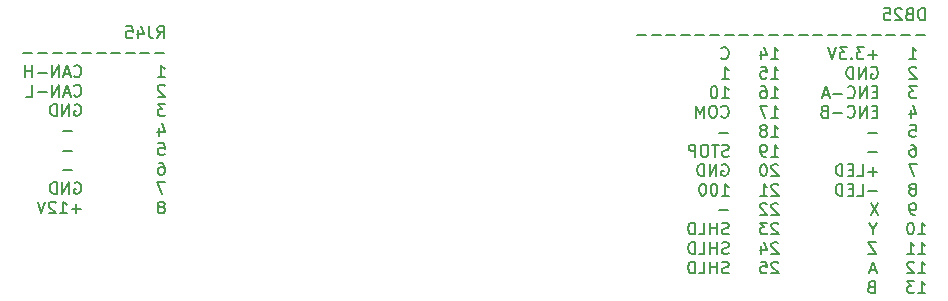
<source format=gbr>
%TF.GenerationSoftware,KiCad,Pcbnew,(5.1.8)-1*%
%TF.CreationDate,2021-02-10T22:47:22+08:00*%
%TF.ProjectId,mpg,6d70672e-6b69-4636-9164-5f7063625858,rev?*%
%TF.SameCoordinates,Original*%
%TF.FileFunction,Legend,Bot*%
%TF.FilePolarity,Positive*%
%FSLAX46Y46*%
G04 Gerber Fmt 4.6, Leading zero omitted, Abs format (unit mm)*
G04 Created by KiCad (PCBNEW (5.1.8)-1) date 2021-02-10 22:47:22*
%MOMM*%
%LPD*%
G01*
G04 APERTURE LIST*
%ADD10C,0.150000*%
G04 APERTURE END LIST*
D10*
X163252404Y-76742428D02*
X162490500Y-76742428D01*
X162014309Y-76742428D02*
X161252404Y-76742428D01*
X160776214Y-76742428D02*
X160014309Y-76742428D01*
X159538119Y-76742428D02*
X158776214Y-76742428D01*
X158300023Y-76742428D02*
X157538119Y-76742428D01*
X157061928Y-76742428D02*
X156300023Y-76742428D01*
X155823833Y-76742428D02*
X155061928Y-76742428D01*
X154585738Y-76742428D02*
X153823833Y-76742428D01*
X153347642Y-76742428D02*
X152585738Y-76742428D01*
X152109547Y-76742428D02*
X151347642Y-76742428D01*
X162728595Y-78773380D02*
X163300023Y-78773380D01*
X163014309Y-78773380D02*
X163014309Y-77773380D01*
X163109547Y-77916238D01*
X163204785Y-78011476D01*
X163300023Y-78059095D01*
X161871452Y-78106714D02*
X161871452Y-78773380D01*
X162109547Y-77725761D02*
X162347642Y-78440047D01*
X161728595Y-78440047D01*
X158490500Y-78678142D02*
X158538119Y-78725761D01*
X158680976Y-78773380D01*
X158776214Y-78773380D01*
X158919071Y-78725761D01*
X159014309Y-78630523D01*
X159061928Y-78535285D01*
X159109547Y-78344809D01*
X159109547Y-78201952D01*
X159061928Y-78011476D01*
X159014309Y-77916238D01*
X158919071Y-77821000D01*
X158776214Y-77773380D01*
X158680976Y-77773380D01*
X158538119Y-77821000D01*
X158490500Y-77868619D01*
X162728595Y-80423380D02*
X163300023Y-80423380D01*
X163014309Y-80423380D02*
X163014309Y-79423380D01*
X163109547Y-79566238D01*
X163204785Y-79661476D01*
X163300023Y-79709095D01*
X161823833Y-79423380D02*
X162300023Y-79423380D01*
X162347642Y-79899571D01*
X162300023Y-79851952D01*
X162204785Y-79804333D01*
X161966690Y-79804333D01*
X161871452Y-79851952D01*
X161823833Y-79899571D01*
X161776214Y-79994809D01*
X161776214Y-80232904D01*
X161823833Y-80328142D01*
X161871452Y-80375761D01*
X161966690Y-80423380D01*
X162204785Y-80423380D01*
X162300023Y-80375761D01*
X162347642Y-80328142D01*
X158538119Y-80423380D02*
X159109547Y-80423380D01*
X158823833Y-80423380D02*
X158823833Y-79423380D01*
X158919071Y-79566238D01*
X159014309Y-79661476D01*
X159109547Y-79709095D01*
X162728595Y-82073380D02*
X163300023Y-82073380D01*
X163014309Y-82073380D02*
X163014309Y-81073380D01*
X163109547Y-81216238D01*
X163204785Y-81311476D01*
X163300023Y-81359095D01*
X161871452Y-81073380D02*
X162061928Y-81073380D01*
X162157166Y-81121000D01*
X162204785Y-81168619D01*
X162300023Y-81311476D01*
X162347642Y-81501952D01*
X162347642Y-81882904D01*
X162300023Y-81978142D01*
X162252404Y-82025761D01*
X162157166Y-82073380D01*
X161966690Y-82073380D01*
X161871452Y-82025761D01*
X161823833Y-81978142D01*
X161776214Y-81882904D01*
X161776214Y-81644809D01*
X161823833Y-81549571D01*
X161871452Y-81501952D01*
X161966690Y-81454333D01*
X162157166Y-81454333D01*
X162252404Y-81501952D01*
X162300023Y-81549571D01*
X162347642Y-81644809D01*
X158538119Y-82073380D02*
X159109547Y-82073380D01*
X158823833Y-82073380D02*
X158823833Y-81073380D01*
X158919071Y-81216238D01*
X159014309Y-81311476D01*
X159109547Y-81359095D01*
X157919071Y-81073380D02*
X157823833Y-81073380D01*
X157728595Y-81121000D01*
X157680976Y-81168619D01*
X157633357Y-81263857D01*
X157585738Y-81454333D01*
X157585738Y-81692428D01*
X157633357Y-81882904D01*
X157680976Y-81978142D01*
X157728595Y-82025761D01*
X157823833Y-82073380D01*
X157919071Y-82073380D01*
X158014309Y-82025761D01*
X158061928Y-81978142D01*
X158109547Y-81882904D01*
X158157166Y-81692428D01*
X158157166Y-81454333D01*
X158109547Y-81263857D01*
X158061928Y-81168619D01*
X158014309Y-81121000D01*
X157919071Y-81073380D01*
X162728595Y-83723380D02*
X163300023Y-83723380D01*
X163014309Y-83723380D02*
X163014309Y-82723380D01*
X163109547Y-82866238D01*
X163204785Y-82961476D01*
X163300023Y-83009095D01*
X162395261Y-82723380D02*
X161728595Y-82723380D01*
X162157166Y-83723380D01*
X158490500Y-83628142D02*
X158538119Y-83675761D01*
X158680976Y-83723380D01*
X158776214Y-83723380D01*
X158919071Y-83675761D01*
X159014309Y-83580523D01*
X159061928Y-83485285D01*
X159109547Y-83294809D01*
X159109547Y-83151952D01*
X159061928Y-82961476D01*
X159014309Y-82866238D01*
X158919071Y-82771000D01*
X158776214Y-82723380D01*
X158680976Y-82723380D01*
X158538119Y-82771000D01*
X158490500Y-82818619D01*
X157871452Y-82723380D02*
X157680976Y-82723380D01*
X157585738Y-82771000D01*
X157490500Y-82866238D01*
X157442880Y-83056714D01*
X157442880Y-83390047D01*
X157490500Y-83580523D01*
X157585738Y-83675761D01*
X157680976Y-83723380D01*
X157871452Y-83723380D01*
X157966690Y-83675761D01*
X158061928Y-83580523D01*
X158109547Y-83390047D01*
X158109547Y-83056714D01*
X158061928Y-82866238D01*
X157966690Y-82771000D01*
X157871452Y-82723380D01*
X157014309Y-83723380D02*
X157014309Y-82723380D01*
X156680976Y-83437666D01*
X156347642Y-82723380D01*
X156347642Y-83723380D01*
X162728595Y-85373380D02*
X163300023Y-85373380D01*
X163014309Y-85373380D02*
X163014309Y-84373380D01*
X163109547Y-84516238D01*
X163204785Y-84611476D01*
X163300023Y-84659095D01*
X162157166Y-84801952D02*
X162252404Y-84754333D01*
X162300023Y-84706714D01*
X162347642Y-84611476D01*
X162347642Y-84563857D01*
X162300023Y-84468619D01*
X162252404Y-84421000D01*
X162157166Y-84373380D01*
X161966690Y-84373380D01*
X161871452Y-84421000D01*
X161823833Y-84468619D01*
X161776214Y-84563857D01*
X161776214Y-84611476D01*
X161823833Y-84706714D01*
X161871452Y-84754333D01*
X161966690Y-84801952D01*
X162157166Y-84801952D01*
X162252404Y-84849571D01*
X162300023Y-84897190D01*
X162347642Y-84992428D01*
X162347642Y-85182904D01*
X162300023Y-85278142D01*
X162252404Y-85325761D01*
X162157166Y-85373380D01*
X161966690Y-85373380D01*
X161871452Y-85325761D01*
X161823833Y-85278142D01*
X161776214Y-85182904D01*
X161776214Y-84992428D01*
X161823833Y-84897190D01*
X161871452Y-84849571D01*
X161966690Y-84801952D01*
X159061928Y-84992428D02*
X158300023Y-84992428D01*
X162728595Y-87023380D02*
X163300023Y-87023380D01*
X163014309Y-87023380D02*
X163014309Y-86023380D01*
X163109547Y-86166238D01*
X163204785Y-86261476D01*
X163300023Y-86309095D01*
X162252404Y-87023380D02*
X162061928Y-87023380D01*
X161966690Y-86975761D01*
X161919071Y-86928142D01*
X161823833Y-86785285D01*
X161776214Y-86594809D01*
X161776214Y-86213857D01*
X161823833Y-86118619D01*
X161871452Y-86071000D01*
X161966690Y-86023380D01*
X162157166Y-86023380D01*
X162252404Y-86071000D01*
X162300023Y-86118619D01*
X162347642Y-86213857D01*
X162347642Y-86451952D01*
X162300023Y-86547190D01*
X162252404Y-86594809D01*
X162157166Y-86642428D01*
X161966690Y-86642428D01*
X161871452Y-86594809D01*
X161823833Y-86547190D01*
X161776214Y-86451952D01*
X159109547Y-86975761D02*
X158966690Y-87023380D01*
X158728595Y-87023380D01*
X158633357Y-86975761D01*
X158585738Y-86928142D01*
X158538119Y-86832904D01*
X158538119Y-86737666D01*
X158585738Y-86642428D01*
X158633357Y-86594809D01*
X158728595Y-86547190D01*
X158919071Y-86499571D01*
X159014309Y-86451952D01*
X159061928Y-86404333D01*
X159109547Y-86309095D01*
X159109547Y-86213857D01*
X159061928Y-86118619D01*
X159014309Y-86071000D01*
X158919071Y-86023380D01*
X158680976Y-86023380D01*
X158538119Y-86071000D01*
X158252404Y-86023380D02*
X157680976Y-86023380D01*
X157966690Y-87023380D02*
X157966690Y-86023380D01*
X157157166Y-86023380D02*
X156966690Y-86023380D01*
X156871452Y-86071000D01*
X156776214Y-86166238D01*
X156728595Y-86356714D01*
X156728595Y-86690047D01*
X156776214Y-86880523D01*
X156871452Y-86975761D01*
X156966690Y-87023380D01*
X157157166Y-87023380D01*
X157252404Y-86975761D01*
X157347642Y-86880523D01*
X157395261Y-86690047D01*
X157395261Y-86356714D01*
X157347642Y-86166238D01*
X157252404Y-86071000D01*
X157157166Y-86023380D01*
X156300023Y-87023380D02*
X156300023Y-86023380D01*
X155919071Y-86023380D01*
X155823833Y-86071000D01*
X155776214Y-86118619D01*
X155728595Y-86213857D01*
X155728595Y-86356714D01*
X155776214Y-86451952D01*
X155823833Y-86499571D01*
X155919071Y-86547190D01*
X156300023Y-86547190D01*
X163300023Y-87768619D02*
X163252404Y-87721000D01*
X163157166Y-87673380D01*
X162919071Y-87673380D01*
X162823833Y-87721000D01*
X162776214Y-87768619D01*
X162728595Y-87863857D01*
X162728595Y-87959095D01*
X162776214Y-88101952D01*
X163347642Y-88673380D01*
X162728595Y-88673380D01*
X162109547Y-87673380D02*
X162014309Y-87673380D01*
X161919071Y-87721000D01*
X161871452Y-87768619D01*
X161823833Y-87863857D01*
X161776214Y-88054333D01*
X161776214Y-88292428D01*
X161823833Y-88482904D01*
X161871452Y-88578142D01*
X161919071Y-88625761D01*
X162014309Y-88673380D01*
X162109547Y-88673380D01*
X162204785Y-88625761D01*
X162252404Y-88578142D01*
X162300023Y-88482904D01*
X162347642Y-88292428D01*
X162347642Y-88054333D01*
X162300023Y-87863857D01*
X162252404Y-87768619D01*
X162204785Y-87721000D01*
X162109547Y-87673380D01*
X158538119Y-87721000D02*
X158633357Y-87673380D01*
X158776214Y-87673380D01*
X158919071Y-87721000D01*
X159014309Y-87816238D01*
X159061928Y-87911476D01*
X159109547Y-88101952D01*
X159109547Y-88244809D01*
X159061928Y-88435285D01*
X159014309Y-88530523D01*
X158919071Y-88625761D01*
X158776214Y-88673380D01*
X158680976Y-88673380D01*
X158538119Y-88625761D01*
X158490500Y-88578142D01*
X158490500Y-88244809D01*
X158680976Y-88244809D01*
X158061928Y-88673380D02*
X158061928Y-87673380D01*
X157490500Y-88673380D01*
X157490500Y-87673380D01*
X157014309Y-88673380D02*
X157014309Y-87673380D01*
X156776214Y-87673380D01*
X156633357Y-87721000D01*
X156538119Y-87816238D01*
X156490500Y-87911476D01*
X156442880Y-88101952D01*
X156442880Y-88244809D01*
X156490500Y-88435285D01*
X156538119Y-88530523D01*
X156633357Y-88625761D01*
X156776214Y-88673380D01*
X157014309Y-88673380D01*
X163300023Y-89418619D02*
X163252404Y-89371000D01*
X163157166Y-89323380D01*
X162919071Y-89323380D01*
X162823833Y-89371000D01*
X162776214Y-89418619D01*
X162728595Y-89513857D01*
X162728595Y-89609095D01*
X162776214Y-89751952D01*
X163347642Y-90323380D01*
X162728595Y-90323380D01*
X161776214Y-90323380D02*
X162347642Y-90323380D01*
X162061928Y-90323380D02*
X162061928Y-89323380D01*
X162157166Y-89466238D01*
X162252404Y-89561476D01*
X162347642Y-89609095D01*
X158538119Y-90323380D02*
X159109547Y-90323380D01*
X158823833Y-90323380D02*
X158823833Y-89323380D01*
X158919071Y-89466238D01*
X159014309Y-89561476D01*
X159109547Y-89609095D01*
X157919071Y-89323380D02*
X157823833Y-89323380D01*
X157728595Y-89371000D01*
X157680976Y-89418619D01*
X157633357Y-89513857D01*
X157585738Y-89704333D01*
X157585738Y-89942428D01*
X157633357Y-90132904D01*
X157680976Y-90228142D01*
X157728595Y-90275761D01*
X157823833Y-90323380D01*
X157919071Y-90323380D01*
X158014309Y-90275761D01*
X158061928Y-90228142D01*
X158109547Y-90132904D01*
X158157166Y-89942428D01*
X158157166Y-89704333D01*
X158109547Y-89513857D01*
X158061928Y-89418619D01*
X158014309Y-89371000D01*
X157919071Y-89323380D01*
X156966690Y-89323380D02*
X156871452Y-89323380D01*
X156776214Y-89371000D01*
X156728595Y-89418619D01*
X156680976Y-89513857D01*
X156633357Y-89704333D01*
X156633357Y-89942428D01*
X156680976Y-90132904D01*
X156728595Y-90228142D01*
X156776214Y-90275761D01*
X156871452Y-90323380D01*
X156966690Y-90323380D01*
X157061928Y-90275761D01*
X157109547Y-90228142D01*
X157157166Y-90132904D01*
X157204785Y-89942428D01*
X157204785Y-89704333D01*
X157157166Y-89513857D01*
X157109547Y-89418619D01*
X157061928Y-89371000D01*
X156966690Y-89323380D01*
X163300023Y-91068619D02*
X163252404Y-91021000D01*
X163157166Y-90973380D01*
X162919071Y-90973380D01*
X162823833Y-91021000D01*
X162776214Y-91068619D01*
X162728595Y-91163857D01*
X162728595Y-91259095D01*
X162776214Y-91401952D01*
X163347642Y-91973380D01*
X162728595Y-91973380D01*
X162347642Y-91068619D02*
X162300023Y-91021000D01*
X162204785Y-90973380D01*
X161966690Y-90973380D01*
X161871452Y-91021000D01*
X161823833Y-91068619D01*
X161776214Y-91163857D01*
X161776214Y-91259095D01*
X161823833Y-91401952D01*
X162395261Y-91973380D01*
X161776214Y-91973380D01*
X159061928Y-91592428D02*
X158300023Y-91592428D01*
X163300023Y-92718619D02*
X163252404Y-92671000D01*
X163157166Y-92623380D01*
X162919071Y-92623380D01*
X162823833Y-92671000D01*
X162776214Y-92718619D01*
X162728595Y-92813857D01*
X162728595Y-92909095D01*
X162776214Y-93051952D01*
X163347642Y-93623380D01*
X162728595Y-93623380D01*
X162395261Y-92623380D02*
X161776214Y-92623380D01*
X162109547Y-93004333D01*
X161966690Y-93004333D01*
X161871452Y-93051952D01*
X161823833Y-93099571D01*
X161776214Y-93194809D01*
X161776214Y-93432904D01*
X161823833Y-93528142D01*
X161871452Y-93575761D01*
X161966690Y-93623380D01*
X162252404Y-93623380D01*
X162347642Y-93575761D01*
X162395261Y-93528142D01*
X159109547Y-93575761D02*
X158966690Y-93623380D01*
X158728595Y-93623380D01*
X158633357Y-93575761D01*
X158585738Y-93528142D01*
X158538119Y-93432904D01*
X158538119Y-93337666D01*
X158585738Y-93242428D01*
X158633357Y-93194809D01*
X158728595Y-93147190D01*
X158919071Y-93099571D01*
X159014309Y-93051952D01*
X159061928Y-93004333D01*
X159109547Y-92909095D01*
X159109547Y-92813857D01*
X159061928Y-92718619D01*
X159014309Y-92671000D01*
X158919071Y-92623380D01*
X158680976Y-92623380D01*
X158538119Y-92671000D01*
X158109547Y-93623380D02*
X158109547Y-92623380D01*
X158109547Y-93099571D02*
X157538119Y-93099571D01*
X157538119Y-93623380D02*
X157538119Y-92623380D01*
X156585738Y-93623380D02*
X157061928Y-93623380D01*
X157061928Y-92623380D01*
X156252404Y-93623380D02*
X156252404Y-92623380D01*
X156014309Y-92623380D01*
X155871452Y-92671000D01*
X155776214Y-92766238D01*
X155728595Y-92861476D01*
X155680976Y-93051952D01*
X155680976Y-93194809D01*
X155728595Y-93385285D01*
X155776214Y-93480523D01*
X155871452Y-93575761D01*
X156014309Y-93623380D01*
X156252404Y-93623380D01*
X163300023Y-94368619D02*
X163252404Y-94321000D01*
X163157166Y-94273380D01*
X162919071Y-94273380D01*
X162823833Y-94321000D01*
X162776214Y-94368619D01*
X162728595Y-94463857D01*
X162728595Y-94559095D01*
X162776214Y-94701952D01*
X163347642Y-95273380D01*
X162728595Y-95273380D01*
X161871452Y-94606714D02*
X161871452Y-95273380D01*
X162109547Y-94225761D02*
X162347642Y-94940047D01*
X161728595Y-94940047D01*
X159109547Y-95225761D02*
X158966690Y-95273380D01*
X158728595Y-95273380D01*
X158633357Y-95225761D01*
X158585738Y-95178142D01*
X158538119Y-95082904D01*
X158538119Y-94987666D01*
X158585738Y-94892428D01*
X158633357Y-94844809D01*
X158728595Y-94797190D01*
X158919071Y-94749571D01*
X159014309Y-94701952D01*
X159061928Y-94654333D01*
X159109547Y-94559095D01*
X159109547Y-94463857D01*
X159061928Y-94368619D01*
X159014309Y-94321000D01*
X158919071Y-94273380D01*
X158680976Y-94273380D01*
X158538119Y-94321000D01*
X158109547Y-95273380D02*
X158109547Y-94273380D01*
X158109547Y-94749571D02*
X157538119Y-94749571D01*
X157538119Y-95273380D02*
X157538119Y-94273380D01*
X156585738Y-95273380D02*
X157061928Y-95273380D01*
X157061928Y-94273380D01*
X156252404Y-95273380D02*
X156252404Y-94273380D01*
X156014309Y-94273380D01*
X155871452Y-94321000D01*
X155776214Y-94416238D01*
X155728595Y-94511476D01*
X155680976Y-94701952D01*
X155680976Y-94844809D01*
X155728595Y-95035285D01*
X155776214Y-95130523D01*
X155871452Y-95225761D01*
X156014309Y-95273380D01*
X156252404Y-95273380D01*
X163300023Y-96018619D02*
X163252404Y-95971000D01*
X163157166Y-95923380D01*
X162919071Y-95923380D01*
X162823833Y-95971000D01*
X162776214Y-96018619D01*
X162728595Y-96113857D01*
X162728595Y-96209095D01*
X162776214Y-96351952D01*
X163347642Y-96923380D01*
X162728595Y-96923380D01*
X161823833Y-95923380D02*
X162300023Y-95923380D01*
X162347642Y-96399571D01*
X162300023Y-96351952D01*
X162204785Y-96304333D01*
X161966690Y-96304333D01*
X161871452Y-96351952D01*
X161823833Y-96399571D01*
X161776214Y-96494809D01*
X161776214Y-96732904D01*
X161823833Y-96828142D01*
X161871452Y-96875761D01*
X161966690Y-96923380D01*
X162204785Y-96923380D01*
X162300023Y-96875761D01*
X162347642Y-96828142D01*
X159109547Y-96875761D02*
X158966690Y-96923380D01*
X158728595Y-96923380D01*
X158633357Y-96875761D01*
X158585738Y-96828142D01*
X158538119Y-96732904D01*
X158538119Y-96637666D01*
X158585738Y-96542428D01*
X158633357Y-96494809D01*
X158728595Y-96447190D01*
X158919071Y-96399571D01*
X159014309Y-96351952D01*
X159061928Y-96304333D01*
X159109547Y-96209095D01*
X159109547Y-96113857D01*
X159061928Y-96018619D01*
X159014309Y-95971000D01*
X158919071Y-95923380D01*
X158680976Y-95923380D01*
X158538119Y-95971000D01*
X158109547Y-96923380D02*
X158109547Y-95923380D01*
X158109547Y-96399571D02*
X157538119Y-96399571D01*
X157538119Y-96923380D02*
X157538119Y-95923380D01*
X156585738Y-96923380D02*
X157061928Y-96923380D01*
X157061928Y-95923380D01*
X156252404Y-96923380D02*
X156252404Y-95923380D01*
X156014309Y-95923380D01*
X155871452Y-95971000D01*
X155776214Y-96066238D01*
X155728595Y-96161476D01*
X155680976Y-96351952D01*
X155680976Y-96494809D01*
X155728595Y-96685285D01*
X155776214Y-96780523D01*
X155871452Y-96875761D01*
X156014309Y-96923380D01*
X156252404Y-96923380D01*
X175698404Y-75473380D02*
X175698404Y-74473380D01*
X175460309Y-74473380D01*
X175317452Y-74521000D01*
X175222214Y-74616238D01*
X175174595Y-74711476D01*
X175126976Y-74901952D01*
X175126976Y-75044809D01*
X175174595Y-75235285D01*
X175222214Y-75330523D01*
X175317452Y-75425761D01*
X175460309Y-75473380D01*
X175698404Y-75473380D01*
X174365071Y-74949571D02*
X174222214Y-74997190D01*
X174174595Y-75044809D01*
X174126976Y-75140047D01*
X174126976Y-75282904D01*
X174174595Y-75378142D01*
X174222214Y-75425761D01*
X174317452Y-75473380D01*
X174698404Y-75473380D01*
X174698404Y-74473380D01*
X174365071Y-74473380D01*
X174269833Y-74521000D01*
X174222214Y-74568619D01*
X174174595Y-74663857D01*
X174174595Y-74759095D01*
X174222214Y-74854333D01*
X174269833Y-74901952D01*
X174365071Y-74949571D01*
X174698404Y-74949571D01*
X173746023Y-74568619D02*
X173698404Y-74521000D01*
X173603166Y-74473380D01*
X173365071Y-74473380D01*
X173269833Y-74521000D01*
X173222214Y-74568619D01*
X173174595Y-74663857D01*
X173174595Y-74759095D01*
X173222214Y-74901952D01*
X173793642Y-75473380D01*
X173174595Y-75473380D01*
X172269833Y-74473380D02*
X172746023Y-74473380D01*
X172793642Y-74949571D01*
X172746023Y-74901952D01*
X172650785Y-74854333D01*
X172412690Y-74854333D01*
X172317452Y-74901952D01*
X172269833Y-74949571D01*
X172222214Y-75044809D01*
X172222214Y-75282904D01*
X172269833Y-75378142D01*
X172317452Y-75425761D01*
X172412690Y-75473380D01*
X172650785Y-75473380D01*
X172746023Y-75425761D01*
X172793642Y-75378142D01*
X175698404Y-76742428D02*
X174936500Y-76742428D01*
X174460309Y-76742428D02*
X173698404Y-76742428D01*
X173222214Y-76742428D02*
X172460309Y-76742428D01*
X171984119Y-76742428D02*
X171222214Y-76742428D01*
X170746023Y-76742428D02*
X169984119Y-76742428D01*
X169507928Y-76742428D02*
X168746023Y-76742428D01*
X168269833Y-76742428D02*
X167507928Y-76742428D01*
X167031738Y-76742428D02*
X166269833Y-76742428D01*
X165793642Y-76742428D02*
X165031738Y-76742428D01*
X164555547Y-76742428D02*
X163793642Y-76742428D01*
X174412690Y-78773380D02*
X174984119Y-78773380D01*
X174698404Y-78773380D02*
X174698404Y-77773380D01*
X174793642Y-77916238D01*
X174888880Y-78011476D01*
X174984119Y-78059095D01*
X171698404Y-78392428D02*
X170936500Y-78392428D01*
X171317452Y-78773380D02*
X171317452Y-78011476D01*
X170555547Y-77773380D02*
X169936500Y-77773380D01*
X170269833Y-78154333D01*
X170126976Y-78154333D01*
X170031738Y-78201952D01*
X169984119Y-78249571D01*
X169936500Y-78344809D01*
X169936500Y-78582904D01*
X169984119Y-78678142D01*
X170031738Y-78725761D01*
X170126976Y-78773380D01*
X170412690Y-78773380D01*
X170507928Y-78725761D01*
X170555547Y-78678142D01*
X169507928Y-78678142D02*
X169460309Y-78725761D01*
X169507928Y-78773380D01*
X169555547Y-78725761D01*
X169507928Y-78678142D01*
X169507928Y-78773380D01*
X169126976Y-77773380D02*
X168507928Y-77773380D01*
X168841261Y-78154333D01*
X168698404Y-78154333D01*
X168603166Y-78201952D01*
X168555547Y-78249571D01*
X168507928Y-78344809D01*
X168507928Y-78582904D01*
X168555547Y-78678142D01*
X168603166Y-78725761D01*
X168698404Y-78773380D01*
X168984119Y-78773380D01*
X169079357Y-78725761D01*
X169126976Y-78678142D01*
X168222214Y-77773380D02*
X167888880Y-78773380D01*
X167555547Y-77773380D01*
X174984119Y-79518619D02*
X174936500Y-79471000D01*
X174841261Y-79423380D01*
X174603166Y-79423380D01*
X174507928Y-79471000D01*
X174460309Y-79518619D01*
X174412690Y-79613857D01*
X174412690Y-79709095D01*
X174460309Y-79851952D01*
X175031738Y-80423380D01*
X174412690Y-80423380D01*
X171174595Y-79471000D02*
X171269833Y-79423380D01*
X171412690Y-79423380D01*
X171555547Y-79471000D01*
X171650785Y-79566238D01*
X171698404Y-79661476D01*
X171746023Y-79851952D01*
X171746023Y-79994809D01*
X171698404Y-80185285D01*
X171650785Y-80280523D01*
X171555547Y-80375761D01*
X171412690Y-80423380D01*
X171317452Y-80423380D01*
X171174595Y-80375761D01*
X171126976Y-80328142D01*
X171126976Y-79994809D01*
X171317452Y-79994809D01*
X170698404Y-80423380D02*
X170698404Y-79423380D01*
X170126976Y-80423380D01*
X170126976Y-79423380D01*
X169650785Y-80423380D02*
X169650785Y-79423380D01*
X169412690Y-79423380D01*
X169269833Y-79471000D01*
X169174595Y-79566238D01*
X169126976Y-79661476D01*
X169079357Y-79851952D01*
X169079357Y-79994809D01*
X169126976Y-80185285D01*
X169174595Y-80280523D01*
X169269833Y-80375761D01*
X169412690Y-80423380D01*
X169650785Y-80423380D01*
X175031738Y-81073380D02*
X174412690Y-81073380D01*
X174746023Y-81454333D01*
X174603166Y-81454333D01*
X174507928Y-81501952D01*
X174460309Y-81549571D01*
X174412690Y-81644809D01*
X174412690Y-81882904D01*
X174460309Y-81978142D01*
X174507928Y-82025761D01*
X174603166Y-82073380D01*
X174888880Y-82073380D01*
X174984119Y-82025761D01*
X175031738Y-81978142D01*
X171698404Y-81549571D02*
X171365071Y-81549571D01*
X171222214Y-82073380D02*
X171698404Y-82073380D01*
X171698404Y-81073380D01*
X171222214Y-81073380D01*
X170793642Y-82073380D02*
X170793642Y-81073380D01*
X170222214Y-82073380D01*
X170222214Y-81073380D01*
X169174595Y-81978142D02*
X169222214Y-82025761D01*
X169365071Y-82073380D01*
X169460309Y-82073380D01*
X169603166Y-82025761D01*
X169698404Y-81930523D01*
X169746023Y-81835285D01*
X169793642Y-81644809D01*
X169793642Y-81501952D01*
X169746023Y-81311476D01*
X169698404Y-81216238D01*
X169603166Y-81121000D01*
X169460309Y-81073380D01*
X169365071Y-81073380D01*
X169222214Y-81121000D01*
X169174595Y-81168619D01*
X168746023Y-81692428D02*
X167984119Y-81692428D01*
X167555547Y-81787666D02*
X167079357Y-81787666D01*
X167650785Y-82073380D02*
X167317452Y-81073380D01*
X166984119Y-82073380D01*
X174507928Y-83056714D02*
X174507928Y-83723380D01*
X174746023Y-82675761D02*
X174984119Y-83390047D01*
X174365071Y-83390047D01*
X171698404Y-83199571D02*
X171365071Y-83199571D01*
X171222214Y-83723380D02*
X171698404Y-83723380D01*
X171698404Y-82723380D01*
X171222214Y-82723380D01*
X170793642Y-83723380D02*
X170793642Y-82723380D01*
X170222214Y-83723380D01*
X170222214Y-82723380D01*
X169174595Y-83628142D02*
X169222214Y-83675761D01*
X169365071Y-83723380D01*
X169460309Y-83723380D01*
X169603166Y-83675761D01*
X169698404Y-83580523D01*
X169746023Y-83485285D01*
X169793642Y-83294809D01*
X169793642Y-83151952D01*
X169746023Y-82961476D01*
X169698404Y-82866238D01*
X169603166Y-82771000D01*
X169460309Y-82723380D01*
X169365071Y-82723380D01*
X169222214Y-82771000D01*
X169174595Y-82818619D01*
X168746023Y-83342428D02*
X167984119Y-83342428D01*
X167174595Y-83199571D02*
X167031738Y-83247190D01*
X166984119Y-83294809D01*
X166936500Y-83390047D01*
X166936500Y-83532904D01*
X166984119Y-83628142D01*
X167031738Y-83675761D01*
X167126976Y-83723380D01*
X167507928Y-83723380D01*
X167507928Y-82723380D01*
X167174595Y-82723380D01*
X167079357Y-82771000D01*
X167031738Y-82818619D01*
X166984119Y-82913857D01*
X166984119Y-83009095D01*
X167031738Y-83104333D01*
X167079357Y-83151952D01*
X167174595Y-83199571D01*
X167507928Y-83199571D01*
X174460309Y-84373380D02*
X174936500Y-84373380D01*
X174984119Y-84849571D01*
X174936500Y-84801952D01*
X174841261Y-84754333D01*
X174603166Y-84754333D01*
X174507928Y-84801952D01*
X174460309Y-84849571D01*
X174412690Y-84944809D01*
X174412690Y-85182904D01*
X174460309Y-85278142D01*
X174507928Y-85325761D01*
X174603166Y-85373380D01*
X174841261Y-85373380D01*
X174936500Y-85325761D01*
X174984119Y-85278142D01*
X171698404Y-84992428D02*
X170936500Y-84992428D01*
X174507928Y-86023380D02*
X174698404Y-86023380D01*
X174793642Y-86071000D01*
X174841261Y-86118619D01*
X174936500Y-86261476D01*
X174984119Y-86451952D01*
X174984119Y-86832904D01*
X174936500Y-86928142D01*
X174888880Y-86975761D01*
X174793642Y-87023380D01*
X174603166Y-87023380D01*
X174507928Y-86975761D01*
X174460309Y-86928142D01*
X174412690Y-86832904D01*
X174412690Y-86594809D01*
X174460309Y-86499571D01*
X174507928Y-86451952D01*
X174603166Y-86404333D01*
X174793642Y-86404333D01*
X174888880Y-86451952D01*
X174936500Y-86499571D01*
X174984119Y-86594809D01*
X171698404Y-86642428D02*
X170936500Y-86642428D01*
X175031738Y-87673380D02*
X174365071Y-87673380D01*
X174793642Y-88673380D01*
X171698404Y-88292428D02*
X170936500Y-88292428D01*
X171317452Y-88673380D02*
X171317452Y-87911476D01*
X169984119Y-88673380D02*
X170460309Y-88673380D01*
X170460309Y-87673380D01*
X169650785Y-88149571D02*
X169317452Y-88149571D01*
X169174595Y-88673380D02*
X169650785Y-88673380D01*
X169650785Y-87673380D01*
X169174595Y-87673380D01*
X168746023Y-88673380D02*
X168746023Y-87673380D01*
X168507928Y-87673380D01*
X168365071Y-87721000D01*
X168269833Y-87816238D01*
X168222214Y-87911476D01*
X168174595Y-88101952D01*
X168174595Y-88244809D01*
X168222214Y-88435285D01*
X168269833Y-88530523D01*
X168365071Y-88625761D01*
X168507928Y-88673380D01*
X168746023Y-88673380D01*
X174793642Y-89751952D02*
X174888880Y-89704333D01*
X174936500Y-89656714D01*
X174984119Y-89561476D01*
X174984119Y-89513857D01*
X174936500Y-89418619D01*
X174888880Y-89371000D01*
X174793642Y-89323380D01*
X174603166Y-89323380D01*
X174507928Y-89371000D01*
X174460309Y-89418619D01*
X174412690Y-89513857D01*
X174412690Y-89561476D01*
X174460309Y-89656714D01*
X174507928Y-89704333D01*
X174603166Y-89751952D01*
X174793642Y-89751952D01*
X174888880Y-89799571D01*
X174936500Y-89847190D01*
X174984119Y-89942428D01*
X174984119Y-90132904D01*
X174936500Y-90228142D01*
X174888880Y-90275761D01*
X174793642Y-90323380D01*
X174603166Y-90323380D01*
X174507928Y-90275761D01*
X174460309Y-90228142D01*
X174412690Y-90132904D01*
X174412690Y-89942428D01*
X174460309Y-89847190D01*
X174507928Y-89799571D01*
X174603166Y-89751952D01*
X171698404Y-89942428D02*
X170936500Y-89942428D01*
X169984119Y-90323380D02*
X170460309Y-90323380D01*
X170460309Y-89323380D01*
X169650785Y-89799571D02*
X169317452Y-89799571D01*
X169174595Y-90323380D02*
X169650785Y-90323380D01*
X169650785Y-89323380D01*
X169174595Y-89323380D01*
X168746023Y-90323380D02*
X168746023Y-89323380D01*
X168507928Y-89323380D01*
X168365071Y-89371000D01*
X168269833Y-89466238D01*
X168222214Y-89561476D01*
X168174595Y-89751952D01*
X168174595Y-89894809D01*
X168222214Y-90085285D01*
X168269833Y-90180523D01*
X168365071Y-90275761D01*
X168507928Y-90323380D01*
X168746023Y-90323380D01*
X174888880Y-91973380D02*
X174698404Y-91973380D01*
X174603166Y-91925761D01*
X174555547Y-91878142D01*
X174460309Y-91735285D01*
X174412690Y-91544809D01*
X174412690Y-91163857D01*
X174460309Y-91068619D01*
X174507928Y-91021000D01*
X174603166Y-90973380D01*
X174793642Y-90973380D01*
X174888880Y-91021000D01*
X174936500Y-91068619D01*
X174984119Y-91163857D01*
X174984119Y-91401952D01*
X174936500Y-91497190D01*
X174888880Y-91544809D01*
X174793642Y-91592428D01*
X174603166Y-91592428D01*
X174507928Y-91544809D01*
X174460309Y-91497190D01*
X174412690Y-91401952D01*
X171793642Y-90973380D02*
X171126976Y-91973380D01*
X171126976Y-90973380D02*
X171793642Y-91973380D01*
X175174595Y-93623380D02*
X175746023Y-93623380D01*
X175460309Y-93623380D02*
X175460309Y-92623380D01*
X175555547Y-92766238D01*
X175650785Y-92861476D01*
X175746023Y-92909095D01*
X174555547Y-92623380D02*
X174460309Y-92623380D01*
X174365071Y-92671000D01*
X174317452Y-92718619D01*
X174269833Y-92813857D01*
X174222214Y-93004333D01*
X174222214Y-93242428D01*
X174269833Y-93432904D01*
X174317452Y-93528142D01*
X174365071Y-93575761D01*
X174460309Y-93623380D01*
X174555547Y-93623380D01*
X174650785Y-93575761D01*
X174698404Y-93528142D01*
X174746023Y-93432904D01*
X174793642Y-93242428D01*
X174793642Y-93004333D01*
X174746023Y-92813857D01*
X174698404Y-92718619D01*
X174650785Y-92671000D01*
X174555547Y-92623380D01*
X171317452Y-93147190D02*
X171317452Y-93623380D01*
X171650785Y-92623380D02*
X171317452Y-93147190D01*
X170984119Y-92623380D01*
X175174595Y-95273380D02*
X175746023Y-95273380D01*
X175460309Y-95273380D02*
X175460309Y-94273380D01*
X175555547Y-94416238D01*
X175650785Y-94511476D01*
X175746023Y-94559095D01*
X174222214Y-95273380D02*
X174793642Y-95273380D01*
X174507928Y-95273380D02*
X174507928Y-94273380D01*
X174603166Y-94416238D01*
X174698404Y-94511476D01*
X174793642Y-94559095D01*
X171603166Y-94273380D02*
X170936500Y-94273380D01*
X171603166Y-95273380D01*
X170936500Y-95273380D01*
X175174595Y-96923380D02*
X175746023Y-96923380D01*
X175460309Y-96923380D02*
X175460309Y-95923380D01*
X175555547Y-96066238D01*
X175650785Y-96161476D01*
X175746023Y-96209095D01*
X174793642Y-96018619D02*
X174746023Y-95971000D01*
X174650785Y-95923380D01*
X174412690Y-95923380D01*
X174317452Y-95971000D01*
X174269833Y-96018619D01*
X174222214Y-96113857D01*
X174222214Y-96209095D01*
X174269833Y-96351952D01*
X174841261Y-96923380D01*
X174222214Y-96923380D01*
X171555547Y-96637666D02*
X171079357Y-96637666D01*
X171650785Y-96923380D02*
X171317452Y-95923380D01*
X170984119Y-96923380D01*
X175174595Y-98573380D02*
X175746023Y-98573380D01*
X175460309Y-98573380D02*
X175460309Y-97573380D01*
X175555547Y-97716238D01*
X175650785Y-97811476D01*
X175746023Y-97859095D01*
X174841261Y-97573380D02*
X174222214Y-97573380D01*
X174555547Y-97954333D01*
X174412690Y-97954333D01*
X174317452Y-98001952D01*
X174269833Y-98049571D01*
X174222214Y-98144809D01*
X174222214Y-98382904D01*
X174269833Y-98478142D01*
X174317452Y-98525761D01*
X174412690Y-98573380D01*
X174698404Y-98573380D01*
X174793642Y-98525761D01*
X174841261Y-98478142D01*
X171174595Y-98049571D02*
X171031738Y-98097190D01*
X170984119Y-98144809D01*
X170936500Y-98240047D01*
X170936500Y-98382904D01*
X170984119Y-98478142D01*
X171031738Y-98525761D01*
X171126976Y-98573380D01*
X171507928Y-98573380D01*
X171507928Y-97573380D01*
X171174595Y-97573380D01*
X171079357Y-97621000D01*
X171031738Y-97668619D01*
X170984119Y-97763857D01*
X170984119Y-97859095D01*
X171031738Y-97954333D01*
X171079357Y-98001952D01*
X171174595Y-98049571D01*
X171507928Y-98049571D01*
X110737976Y-76995380D02*
X111071309Y-76519190D01*
X111309404Y-76995380D02*
X111309404Y-75995380D01*
X110928452Y-75995380D01*
X110833214Y-76043000D01*
X110785595Y-76090619D01*
X110737976Y-76185857D01*
X110737976Y-76328714D01*
X110785595Y-76423952D01*
X110833214Y-76471571D01*
X110928452Y-76519190D01*
X111309404Y-76519190D01*
X110023690Y-75995380D02*
X110023690Y-76709666D01*
X110071309Y-76852523D01*
X110166547Y-76947761D01*
X110309404Y-76995380D01*
X110404642Y-76995380D01*
X109118928Y-76328714D02*
X109118928Y-76995380D01*
X109357023Y-75947761D02*
X109595119Y-76662047D01*
X108976071Y-76662047D01*
X108118928Y-75995380D02*
X108595119Y-75995380D01*
X108642738Y-76471571D01*
X108595119Y-76423952D01*
X108499880Y-76376333D01*
X108261785Y-76376333D01*
X108166547Y-76423952D01*
X108118928Y-76471571D01*
X108071309Y-76566809D01*
X108071309Y-76804904D01*
X108118928Y-76900142D01*
X108166547Y-76947761D01*
X108261785Y-76995380D01*
X108499880Y-76995380D01*
X108595119Y-76947761D01*
X108642738Y-76900142D01*
X111309404Y-78264428D02*
X110547500Y-78264428D01*
X110071309Y-78264428D02*
X109309404Y-78264428D01*
X108833214Y-78264428D02*
X108071309Y-78264428D01*
X107595119Y-78264428D02*
X106833214Y-78264428D01*
X106357023Y-78264428D02*
X105595119Y-78264428D01*
X105118928Y-78264428D02*
X104357023Y-78264428D01*
X103880833Y-78264428D02*
X103118928Y-78264428D01*
X102642738Y-78264428D02*
X101880833Y-78264428D01*
X101404642Y-78264428D02*
X100642738Y-78264428D01*
X100166547Y-78264428D02*
X99404642Y-78264428D01*
X110785595Y-80295380D02*
X111357023Y-80295380D01*
X111071309Y-80295380D02*
X111071309Y-79295380D01*
X111166547Y-79438238D01*
X111261785Y-79533476D01*
X111357023Y-79581095D01*
X103690357Y-80200142D02*
X103737976Y-80247761D01*
X103880833Y-80295380D01*
X103976071Y-80295380D01*
X104118928Y-80247761D01*
X104214166Y-80152523D01*
X104261785Y-80057285D01*
X104309404Y-79866809D01*
X104309404Y-79723952D01*
X104261785Y-79533476D01*
X104214166Y-79438238D01*
X104118928Y-79343000D01*
X103976071Y-79295380D01*
X103880833Y-79295380D01*
X103737976Y-79343000D01*
X103690357Y-79390619D01*
X103309404Y-80009666D02*
X102833214Y-80009666D01*
X103404642Y-80295380D02*
X103071309Y-79295380D01*
X102737976Y-80295380D01*
X102404642Y-80295380D02*
X102404642Y-79295380D01*
X101833214Y-80295380D01*
X101833214Y-79295380D01*
X101357023Y-79914428D02*
X100595119Y-79914428D01*
X100118928Y-80295380D02*
X100118928Y-79295380D01*
X100118928Y-79771571D02*
X99547500Y-79771571D01*
X99547500Y-80295380D02*
X99547500Y-79295380D01*
X111357023Y-81040619D02*
X111309404Y-80993000D01*
X111214166Y-80945380D01*
X110976071Y-80945380D01*
X110880833Y-80993000D01*
X110833214Y-81040619D01*
X110785595Y-81135857D01*
X110785595Y-81231095D01*
X110833214Y-81373952D01*
X111404642Y-81945380D01*
X110785595Y-81945380D01*
X103690357Y-81850142D02*
X103737976Y-81897761D01*
X103880833Y-81945380D01*
X103976071Y-81945380D01*
X104118928Y-81897761D01*
X104214166Y-81802523D01*
X104261785Y-81707285D01*
X104309404Y-81516809D01*
X104309404Y-81373952D01*
X104261785Y-81183476D01*
X104214166Y-81088238D01*
X104118928Y-80993000D01*
X103976071Y-80945380D01*
X103880833Y-80945380D01*
X103737976Y-80993000D01*
X103690357Y-81040619D01*
X103309404Y-81659666D02*
X102833214Y-81659666D01*
X103404642Y-81945380D02*
X103071309Y-80945380D01*
X102737976Y-81945380D01*
X102404642Y-81945380D02*
X102404642Y-80945380D01*
X101833214Y-81945380D01*
X101833214Y-80945380D01*
X101357023Y-81564428D02*
X100595119Y-81564428D01*
X99642738Y-81945380D02*
X100118928Y-81945380D01*
X100118928Y-80945380D01*
X111404642Y-82595380D02*
X110785595Y-82595380D01*
X111118928Y-82976333D01*
X110976071Y-82976333D01*
X110880833Y-83023952D01*
X110833214Y-83071571D01*
X110785595Y-83166809D01*
X110785595Y-83404904D01*
X110833214Y-83500142D01*
X110880833Y-83547761D01*
X110976071Y-83595380D01*
X111261785Y-83595380D01*
X111357023Y-83547761D01*
X111404642Y-83500142D01*
X103737976Y-82643000D02*
X103833214Y-82595380D01*
X103976071Y-82595380D01*
X104118928Y-82643000D01*
X104214166Y-82738238D01*
X104261785Y-82833476D01*
X104309404Y-83023952D01*
X104309404Y-83166809D01*
X104261785Y-83357285D01*
X104214166Y-83452523D01*
X104118928Y-83547761D01*
X103976071Y-83595380D01*
X103880833Y-83595380D01*
X103737976Y-83547761D01*
X103690357Y-83500142D01*
X103690357Y-83166809D01*
X103880833Y-83166809D01*
X103261785Y-83595380D02*
X103261785Y-82595380D01*
X102690357Y-83595380D01*
X102690357Y-82595380D01*
X102214166Y-83595380D02*
X102214166Y-82595380D01*
X101976071Y-82595380D01*
X101833214Y-82643000D01*
X101737976Y-82738238D01*
X101690357Y-82833476D01*
X101642738Y-83023952D01*
X101642738Y-83166809D01*
X101690357Y-83357285D01*
X101737976Y-83452523D01*
X101833214Y-83547761D01*
X101976071Y-83595380D01*
X102214166Y-83595380D01*
X110880833Y-84578714D02*
X110880833Y-85245380D01*
X111118928Y-84197761D02*
X111357023Y-84912047D01*
X110737976Y-84912047D01*
X103499880Y-84864428D02*
X102737976Y-84864428D01*
X110833214Y-85895380D02*
X111309404Y-85895380D01*
X111357023Y-86371571D01*
X111309404Y-86323952D01*
X111214166Y-86276333D01*
X110976071Y-86276333D01*
X110880833Y-86323952D01*
X110833214Y-86371571D01*
X110785595Y-86466809D01*
X110785595Y-86704904D01*
X110833214Y-86800142D01*
X110880833Y-86847761D01*
X110976071Y-86895380D01*
X111214166Y-86895380D01*
X111309404Y-86847761D01*
X111357023Y-86800142D01*
X103499880Y-86514428D02*
X102737976Y-86514428D01*
X110880833Y-87545380D02*
X111071309Y-87545380D01*
X111166547Y-87593000D01*
X111214166Y-87640619D01*
X111309404Y-87783476D01*
X111357023Y-87973952D01*
X111357023Y-88354904D01*
X111309404Y-88450142D01*
X111261785Y-88497761D01*
X111166547Y-88545380D01*
X110976071Y-88545380D01*
X110880833Y-88497761D01*
X110833214Y-88450142D01*
X110785595Y-88354904D01*
X110785595Y-88116809D01*
X110833214Y-88021571D01*
X110880833Y-87973952D01*
X110976071Y-87926333D01*
X111166547Y-87926333D01*
X111261785Y-87973952D01*
X111309404Y-88021571D01*
X111357023Y-88116809D01*
X103499880Y-88164428D02*
X102737976Y-88164428D01*
X111404642Y-89195380D02*
X110737976Y-89195380D01*
X111166547Y-90195380D01*
X103737976Y-89243000D02*
X103833214Y-89195380D01*
X103976071Y-89195380D01*
X104118928Y-89243000D01*
X104214166Y-89338238D01*
X104261785Y-89433476D01*
X104309404Y-89623952D01*
X104309404Y-89766809D01*
X104261785Y-89957285D01*
X104214166Y-90052523D01*
X104118928Y-90147761D01*
X103976071Y-90195380D01*
X103880833Y-90195380D01*
X103737976Y-90147761D01*
X103690357Y-90100142D01*
X103690357Y-89766809D01*
X103880833Y-89766809D01*
X103261785Y-90195380D02*
X103261785Y-89195380D01*
X102690357Y-90195380D01*
X102690357Y-89195380D01*
X102214166Y-90195380D02*
X102214166Y-89195380D01*
X101976071Y-89195380D01*
X101833214Y-89243000D01*
X101737976Y-89338238D01*
X101690357Y-89433476D01*
X101642738Y-89623952D01*
X101642738Y-89766809D01*
X101690357Y-89957285D01*
X101737976Y-90052523D01*
X101833214Y-90147761D01*
X101976071Y-90195380D01*
X102214166Y-90195380D01*
X111166547Y-91273952D02*
X111261785Y-91226333D01*
X111309404Y-91178714D01*
X111357023Y-91083476D01*
X111357023Y-91035857D01*
X111309404Y-90940619D01*
X111261785Y-90893000D01*
X111166547Y-90845380D01*
X110976071Y-90845380D01*
X110880833Y-90893000D01*
X110833214Y-90940619D01*
X110785595Y-91035857D01*
X110785595Y-91083476D01*
X110833214Y-91178714D01*
X110880833Y-91226333D01*
X110976071Y-91273952D01*
X111166547Y-91273952D01*
X111261785Y-91321571D01*
X111309404Y-91369190D01*
X111357023Y-91464428D01*
X111357023Y-91654904D01*
X111309404Y-91750142D01*
X111261785Y-91797761D01*
X111166547Y-91845380D01*
X110976071Y-91845380D01*
X110880833Y-91797761D01*
X110833214Y-91750142D01*
X110785595Y-91654904D01*
X110785595Y-91464428D01*
X110833214Y-91369190D01*
X110880833Y-91321571D01*
X110976071Y-91273952D01*
X104261785Y-91464428D02*
X103499880Y-91464428D01*
X103880833Y-91845380D02*
X103880833Y-91083476D01*
X102499880Y-91845380D02*
X103071309Y-91845380D01*
X102785595Y-91845380D02*
X102785595Y-90845380D01*
X102880833Y-90988238D01*
X102976071Y-91083476D01*
X103071309Y-91131095D01*
X102118928Y-90940619D02*
X102071309Y-90893000D01*
X101976071Y-90845380D01*
X101737976Y-90845380D01*
X101642738Y-90893000D01*
X101595119Y-90940619D01*
X101547500Y-91035857D01*
X101547500Y-91131095D01*
X101595119Y-91273952D01*
X102166547Y-91845380D01*
X101547500Y-91845380D01*
X101261785Y-90845380D02*
X100928452Y-91845380D01*
X100595119Y-90845380D01*
M02*

</source>
